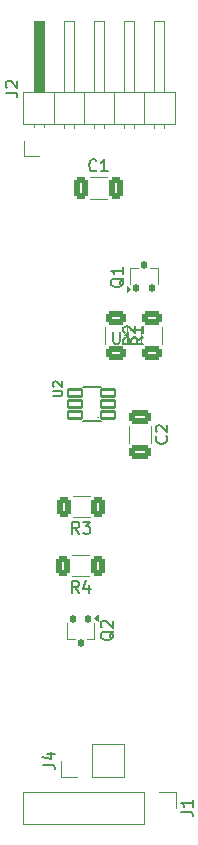
<source format=gto>
%TF.GenerationSoftware,KiCad,Pcbnew,9.0.2*%
%TF.CreationDate,2025-07-08T19:23:37-03:00*%
%TF.ProjectId,ProlinUp,50726f6c-696e-4557-902e-6b696361645f,rev?*%
%TF.SameCoordinates,Original*%
%TF.FileFunction,Legend,Top*%
%TF.FilePolarity,Positive*%
%FSLAX46Y46*%
G04 Gerber Fmt 4.6, Leading zero omitted, Abs format (unit mm)*
G04 Created by KiCad (PCBNEW 9.0.2) date 2025-07-08 19:23:37*
%MOMM*%
%LPD*%
G01*
G04 APERTURE LIST*
G04 Aperture macros list*
%AMRoundRect*
0 Rectangle with rounded corners*
0 $1 Rounding radius*
0 $2 $3 $4 $5 $6 $7 $8 $9 X,Y pos of 4 corners*
0 Add a 4 corners polygon primitive as box body*
4,1,4,$2,$3,$4,$5,$6,$7,$8,$9,$2,$3,0*
0 Add four circle primitives for the rounded corners*
1,1,$1+$1,$2,$3*
1,1,$1+$1,$4,$5*
1,1,$1+$1,$6,$7*
1,1,$1+$1,$8,$9*
0 Add four rect primitives between the rounded corners*
20,1,$1+$1,$2,$3,$4,$5,0*
20,1,$1+$1,$4,$5,$6,$7,0*
20,1,$1+$1,$6,$7,$8,$9,0*
20,1,$1+$1,$8,$9,$2,$3,0*%
G04 Aperture macros list end*
%ADD10C,0.150000*%
%ADD11C,0.152400*%
%ADD12C,0.100000*%
%ADD13C,0.120000*%
%ADD14RoundRect,0.102000X0.571500X-0.304800X0.571500X0.304800X-0.571500X0.304800X-0.571500X-0.304800X0*%
%ADD15RoundRect,0.250000X-0.650000X0.325000X-0.650000X-0.325000X0.650000X-0.325000X0.650000X0.325000X0*%
%ADD16R,1.700000X1.700000*%
%ADD17C,1.700000*%
%ADD18RoundRect,0.250000X0.312500X0.625000X-0.312500X0.625000X-0.312500X-0.625000X0.312500X-0.625000X0*%
%ADD19RoundRect,0.250000X-0.625000X0.312500X-0.625000X-0.312500X0.625000X-0.312500X0.625000X0.312500X0*%
%ADD20RoundRect,0.250000X0.625000X-0.312500X0.625000X0.312500X-0.625000X0.312500X-0.625000X-0.312500X0*%
%ADD21RoundRect,0.112500X-0.112500X-0.237500X0.112500X-0.237500X0.112500X0.237500X-0.112500X0.237500X0*%
%ADD22RoundRect,0.112500X0.112500X0.237500X-0.112500X0.237500X-0.112500X-0.237500X0.112500X-0.237500X0*%
%ADD23C,1.524000*%
%ADD24RoundRect,0.250000X-0.325000X-0.650000X0.325000X-0.650000X0.325000X0.650000X-0.325000X0.650000X0*%
G04 APERTURE END LIST*
D10*
X143095895Y-97789523D02*
X143743514Y-97789523D01*
X143743514Y-97789523D02*
X143819704Y-97751428D01*
X143819704Y-97751428D02*
X143857800Y-97713333D01*
X143857800Y-97713333D02*
X143895895Y-97637142D01*
X143895895Y-97637142D02*
X143895895Y-97484761D01*
X143895895Y-97484761D02*
X143857800Y-97408571D01*
X143857800Y-97408571D02*
X143819704Y-97370476D01*
X143819704Y-97370476D02*
X143743514Y-97332380D01*
X143743514Y-97332380D02*
X143095895Y-97332380D01*
X143172085Y-96989524D02*
X143133990Y-96951428D01*
X143133990Y-96951428D02*
X143095895Y-96875238D01*
X143095895Y-96875238D02*
X143095895Y-96684762D01*
X143095895Y-96684762D02*
X143133990Y-96608571D01*
X143133990Y-96608571D02*
X143172085Y-96570476D01*
X143172085Y-96570476D02*
X143248276Y-96532381D01*
X143248276Y-96532381D02*
X143324466Y-96532381D01*
X143324466Y-96532381D02*
X143438752Y-96570476D01*
X143438752Y-96570476D02*
X143895895Y-97027619D01*
X143895895Y-97027619D02*
X143895895Y-96532381D01*
X152709580Y-101191666D02*
X152757200Y-101239285D01*
X152757200Y-101239285D02*
X152804819Y-101382142D01*
X152804819Y-101382142D02*
X152804819Y-101477380D01*
X152804819Y-101477380D02*
X152757200Y-101620237D01*
X152757200Y-101620237D02*
X152661961Y-101715475D01*
X152661961Y-101715475D02*
X152566723Y-101763094D01*
X152566723Y-101763094D02*
X152376247Y-101810713D01*
X152376247Y-101810713D02*
X152233390Y-101810713D01*
X152233390Y-101810713D02*
X152042914Y-101763094D01*
X152042914Y-101763094D02*
X151947676Y-101715475D01*
X151947676Y-101715475D02*
X151852438Y-101620237D01*
X151852438Y-101620237D02*
X151804819Y-101477380D01*
X151804819Y-101477380D02*
X151804819Y-101382142D01*
X151804819Y-101382142D02*
X151852438Y-101239285D01*
X151852438Y-101239285D02*
X151900057Y-101191666D01*
X151900057Y-100810713D02*
X151852438Y-100763094D01*
X151852438Y-100763094D02*
X151804819Y-100667856D01*
X151804819Y-100667856D02*
X151804819Y-100429761D01*
X151804819Y-100429761D02*
X151852438Y-100334523D01*
X151852438Y-100334523D02*
X151900057Y-100286904D01*
X151900057Y-100286904D02*
X151995295Y-100239285D01*
X151995295Y-100239285D02*
X152090533Y-100239285D01*
X152090533Y-100239285D02*
X152233390Y-100286904D01*
X152233390Y-100286904D02*
X152804819Y-100858332D01*
X152804819Y-100858332D02*
X152804819Y-100239285D01*
X139107319Y-72104583D02*
X139821604Y-72104583D01*
X139821604Y-72104583D02*
X139964461Y-72152202D01*
X139964461Y-72152202D02*
X140059700Y-72247440D01*
X140059700Y-72247440D02*
X140107319Y-72390297D01*
X140107319Y-72390297D02*
X140107319Y-72485535D01*
X139202557Y-71676011D02*
X139154938Y-71628392D01*
X139154938Y-71628392D02*
X139107319Y-71533154D01*
X139107319Y-71533154D02*
X139107319Y-71295059D01*
X139107319Y-71295059D02*
X139154938Y-71199821D01*
X139154938Y-71199821D02*
X139202557Y-71152202D01*
X139202557Y-71152202D02*
X139297795Y-71104583D01*
X139297795Y-71104583D02*
X139393033Y-71104583D01*
X139393033Y-71104583D02*
X139535890Y-71152202D01*
X139535890Y-71152202D02*
X140107319Y-71723630D01*
X140107319Y-71723630D02*
X140107319Y-71104583D01*
X145333333Y-109441069D02*
X145000000Y-108964878D01*
X144761905Y-109441069D02*
X144761905Y-108441069D01*
X144761905Y-108441069D02*
X145142857Y-108441069D01*
X145142857Y-108441069D02*
X145238095Y-108488688D01*
X145238095Y-108488688D02*
X145285714Y-108536307D01*
X145285714Y-108536307D02*
X145333333Y-108631545D01*
X145333333Y-108631545D02*
X145333333Y-108774402D01*
X145333333Y-108774402D02*
X145285714Y-108869640D01*
X145285714Y-108869640D02*
X145238095Y-108917259D01*
X145238095Y-108917259D02*
X145142857Y-108964878D01*
X145142857Y-108964878D02*
X144761905Y-108964878D01*
X145666667Y-108441069D02*
X146285714Y-108441069D01*
X146285714Y-108441069D02*
X145952381Y-108822021D01*
X145952381Y-108822021D02*
X146095238Y-108822021D01*
X146095238Y-108822021D02*
X146190476Y-108869640D01*
X146190476Y-108869640D02*
X146238095Y-108917259D01*
X146238095Y-108917259D02*
X146285714Y-109012497D01*
X146285714Y-109012497D02*
X146285714Y-109250592D01*
X146285714Y-109250592D02*
X146238095Y-109345830D01*
X146238095Y-109345830D02*
X146190476Y-109393450D01*
X146190476Y-109393450D02*
X146095238Y-109441069D01*
X146095238Y-109441069D02*
X145809524Y-109441069D01*
X145809524Y-109441069D02*
X145714286Y-109393450D01*
X145714286Y-109393450D02*
X145666667Y-109345830D01*
X150747319Y-92822916D02*
X150271128Y-93156249D01*
X150747319Y-93394344D02*
X149747319Y-93394344D01*
X149747319Y-93394344D02*
X149747319Y-93013392D01*
X149747319Y-93013392D02*
X149794938Y-92918154D01*
X149794938Y-92918154D02*
X149842557Y-92870535D01*
X149842557Y-92870535D02*
X149937795Y-92822916D01*
X149937795Y-92822916D02*
X150080652Y-92822916D01*
X150080652Y-92822916D02*
X150175890Y-92870535D01*
X150175890Y-92870535D02*
X150223509Y-92918154D01*
X150223509Y-92918154D02*
X150271128Y-93013392D01*
X150271128Y-93013392D02*
X150271128Y-93394344D01*
X150747319Y-91870535D02*
X150747319Y-92441963D01*
X150747319Y-92156249D02*
X149747319Y-92156249D01*
X149747319Y-92156249D02*
X149890176Y-92251487D01*
X149890176Y-92251487D02*
X149985414Y-92346725D01*
X149985414Y-92346725D02*
X150033033Y-92441963D01*
X145295833Y-114441069D02*
X144962500Y-113964878D01*
X144724405Y-114441069D02*
X144724405Y-113441069D01*
X144724405Y-113441069D02*
X145105357Y-113441069D01*
X145105357Y-113441069D02*
X145200595Y-113488688D01*
X145200595Y-113488688D02*
X145248214Y-113536307D01*
X145248214Y-113536307D02*
X145295833Y-113631545D01*
X145295833Y-113631545D02*
X145295833Y-113774402D01*
X145295833Y-113774402D02*
X145248214Y-113869640D01*
X145248214Y-113869640D02*
X145200595Y-113917259D01*
X145200595Y-113917259D02*
X145105357Y-113964878D01*
X145105357Y-113964878D02*
X144724405Y-113964878D01*
X146152976Y-113774402D02*
X146152976Y-114441069D01*
X145914881Y-113393450D02*
X145676786Y-114107735D01*
X145676786Y-114107735D02*
X146295833Y-114107735D01*
X150087319Y-92822916D02*
X149611128Y-93156249D01*
X150087319Y-93394344D02*
X149087319Y-93394344D01*
X149087319Y-93394344D02*
X149087319Y-93013392D01*
X149087319Y-93013392D02*
X149134938Y-92918154D01*
X149134938Y-92918154D02*
X149182557Y-92870535D01*
X149182557Y-92870535D02*
X149277795Y-92822916D01*
X149277795Y-92822916D02*
X149420652Y-92822916D01*
X149420652Y-92822916D02*
X149515890Y-92870535D01*
X149515890Y-92870535D02*
X149563509Y-92918154D01*
X149563509Y-92918154D02*
X149611128Y-93013392D01*
X149611128Y-93013392D02*
X149611128Y-93394344D01*
X149182557Y-92441963D02*
X149134938Y-92394344D01*
X149134938Y-92394344D02*
X149087319Y-92299106D01*
X149087319Y-92299106D02*
X149087319Y-92061011D01*
X149087319Y-92061011D02*
X149134938Y-91965773D01*
X149134938Y-91965773D02*
X149182557Y-91918154D01*
X149182557Y-91918154D02*
X149277795Y-91870535D01*
X149277795Y-91870535D02*
X149373033Y-91870535D01*
X149373033Y-91870535D02*
X149515890Y-91918154D01*
X149515890Y-91918154D02*
X150087319Y-92489582D01*
X150087319Y-92489582D02*
X150087319Y-91870535D01*
X149112557Y-87801488D02*
X149064938Y-87896726D01*
X149064938Y-87896726D02*
X148969700Y-87991964D01*
X148969700Y-87991964D02*
X148826842Y-88134821D01*
X148826842Y-88134821D02*
X148779223Y-88230059D01*
X148779223Y-88230059D02*
X148779223Y-88325297D01*
X149017319Y-88277678D02*
X148969700Y-88372916D01*
X148969700Y-88372916D02*
X148874461Y-88468154D01*
X148874461Y-88468154D02*
X148683985Y-88515773D01*
X148683985Y-88515773D02*
X148350652Y-88515773D01*
X148350652Y-88515773D02*
X148160176Y-88468154D01*
X148160176Y-88468154D02*
X148064938Y-88372916D01*
X148064938Y-88372916D02*
X148017319Y-88277678D01*
X148017319Y-88277678D02*
X148017319Y-88087202D01*
X148017319Y-88087202D02*
X148064938Y-87991964D01*
X148064938Y-87991964D02*
X148160176Y-87896726D01*
X148160176Y-87896726D02*
X148350652Y-87849107D01*
X148350652Y-87849107D02*
X148683985Y-87849107D01*
X148683985Y-87849107D02*
X148874461Y-87896726D01*
X148874461Y-87896726D02*
X148969700Y-87991964D01*
X148969700Y-87991964D02*
X149017319Y-88087202D01*
X149017319Y-88087202D02*
X149017319Y-88277678D01*
X149017319Y-86896726D02*
X149017319Y-87468154D01*
X149017319Y-87182440D02*
X148017319Y-87182440D01*
X148017319Y-87182440D02*
X148160176Y-87277678D01*
X148160176Y-87277678D02*
X148255414Y-87372916D01*
X148255414Y-87372916D02*
X148303033Y-87468154D01*
X153957319Y-132989583D02*
X154671604Y-132989583D01*
X154671604Y-132989583D02*
X154814461Y-133037202D01*
X154814461Y-133037202D02*
X154909700Y-133132440D01*
X154909700Y-133132440D02*
X154957319Y-133275297D01*
X154957319Y-133275297D02*
X154957319Y-133370535D01*
X154957319Y-131989583D02*
X154957319Y-132561011D01*
X154957319Y-132275297D02*
X153957319Y-132275297D01*
X153957319Y-132275297D02*
X154100176Y-132370535D01*
X154100176Y-132370535D02*
X154195414Y-132465773D01*
X154195414Y-132465773D02*
X154243033Y-132561011D01*
X148262557Y-117701488D02*
X148214938Y-117796726D01*
X148214938Y-117796726D02*
X148119700Y-117891964D01*
X148119700Y-117891964D02*
X147976842Y-118034821D01*
X147976842Y-118034821D02*
X147929223Y-118130059D01*
X147929223Y-118130059D02*
X147929223Y-118225297D01*
X148167319Y-118177678D02*
X148119700Y-118272916D01*
X148119700Y-118272916D02*
X148024461Y-118368154D01*
X148024461Y-118368154D02*
X147833985Y-118415773D01*
X147833985Y-118415773D02*
X147500652Y-118415773D01*
X147500652Y-118415773D02*
X147310176Y-118368154D01*
X147310176Y-118368154D02*
X147214938Y-118272916D01*
X147214938Y-118272916D02*
X147167319Y-118177678D01*
X147167319Y-118177678D02*
X147167319Y-117987202D01*
X147167319Y-117987202D02*
X147214938Y-117891964D01*
X147214938Y-117891964D02*
X147310176Y-117796726D01*
X147310176Y-117796726D02*
X147500652Y-117749107D01*
X147500652Y-117749107D02*
X147833985Y-117749107D01*
X147833985Y-117749107D02*
X148024461Y-117796726D01*
X148024461Y-117796726D02*
X148119700Y-117891964D01*
X148119700Y-117891964D02*
X148167319Y-117987202D01*
X148167319Y-117987202D02*
X148167319Y-118177678D01*
X147262557Y-117368154D02*
X147214938Y-117320535D01*
X147214938Y-117320535D02*
X147167319Y-117225297D01*
X147167319Y-117225297D02*
X147167319Y-116987202D01*
X147167319Y-116987202D02*
X147214938Y-116891964D01*
X147214938Y-116891964D02*
X147262557Y-116844345D01*
X147262557Y-116844345D02*
X147357795Y-116796726D01*
X147357795Y-116796726D02*
X147453033Y-116796726D01*
X147453033Y-116796726D02*
X147595890Y-116844345D01*
X147595890Y-116844345D02*
X148167319Y-117415773D01*
X148167319Y-117415773D02*
X148167319Y-116796726D01*
X142262319Y-128989583D02*
X142976604Y-128989583D01*
X142976604Y-128989583D02*
X143119461Y-129037202D01*
X143119461Y-129037202D02*
X143214700Y-129132440D01*
X143214700Y-129132440D02*
X143262319Y-129275297D01*
X143262319Y-129275297D02*
X143262319Y-129370535D01*
X142595652Y-128084821D02*
X143262319Y-128084821D01*
X142214700Y-128322916D02*
X142928985Y-128561011D01*
X142928985Y-128561011D02*
X142928985Y-127941964D01*
X148200595Y-92356069D02*
X148200595Y-93165592D01*
X148200595Y-93165592D02*
X148248214Y-93260830D01*
X148248214Y-93260830D02*
X148295833Y-93308450D01*
X148295833Y-93308450D02*
X148391071Y-93356069D01*
X148391071Y-93356069D02*
X148581547Y-93356069D01*
X148581547Y-93356069D02*
X148676785Y-93308450D01*
X148676785Y-93308450D02*
X148724404Y-93260830D01*
X148724404Y-93260830D02*
X148772023Y-93165592D01*
X148772023Y-93165592D02*
X148772023Y-92356069D01*
X149772023Y-93356069D02*
X149200595Y-93356069D01*
X149486309Y-93356069D02*
X149486309Y-92356069D01*
X149486309Y-92356069D02*
X149391071Y-92498926D01*
X149391071Y-92498926D02*
X149295833Y-92594164D01*
X149295833Y-92594164D02*
X149200595Y-92641783D01*
X146795833Y-78665830D02*
X146748214Y-78713450D01*
X146748214Y-78713450D02*
X146605357Y-78761069D01*
X146605357Y-78761069D02*
X146510119Y-78761069D01*
X146510119Y-78761069D02*
X146367262Y-78713450D01*
X146367262Y-78713450D02*
X146272024Y-78618211D01*
X146272024Y-78618211D02*
X146224405Y-78522973D01*
X146224405Y-78522973D02*
X146176786Y-78332497D01*
X146176786Y-78332497D02*
X146176786Y-78189640D01*
X146176786Y-78189640D02*
X146224405Y-77999164D01*
X146224405Y-77999164D02*
X146272024Y-77903926D01*
X146272024Y-77903926D02*
X146367262Y-77808688D01*
X146367262Y-77808688D02*
X146510119Y-77761069D01*
X146510119Y-77761069D02*
X146605357Y-77761069D01*
X146605357Y-77761069D02*
X146748214Y-77808688D01*
X146748214Y-77808688D02*
X146795833Y-77856307D01*
X147748214Y-78761069D02*
X147176786Y-78761069D01*
X147462500Y-78761069D02*
X147462500Y-77761069D01*
X147462500Y-77761069D02*
X147367262Y-77903926D01*
X147367262Y-77903926D02*
X147272024Y-77999164D01*
X147272024Y-77999164D02*
X147176786Y-78046783D01*
D11*
%TO.C,U2*%
X147185000Y-99897800D02*
X145623000Y-99897800D01*
X145623000Y-97002200D02*
X147185000Y-97002200D01*
D12*
X146954000Y-99600000D02*
G75*
G02*
X146854000Y-99600000I-50000J0D01*
G01*
X146854000Y-99600000D02*
G75*
G02*
X146954000Y-99600000I50000J0D01*
G01*
D13*
%TO.C,C2*%
X151410000Y-100313748D02*
X151410000Y-101736252D01*
X149590000Y-100313748D02*
X149590000Y-101736252D01*
%TO.C,J2*%
X140542500Y-72006250D02*
X140542500Y-74766250D01*
X140542500Y-74766250D02*
X153462500Y-74766250D01*
X140652500Y-77426250D02*
X140652500Y-76156250D01*
X141492500Y-74996250D02*
X141492500Y-74766250D01*
X141922500Y-77426250D02*
X140652500Y-77426250D01*
X142352500Y-74996250D02*
X142352500Y-74766250D01*
X143192500Y-74766250D02*
X143192500Y-72006250D01*
X144032500Y-66006250D02*
X144892500Y-66006250D01*
X144032500Y-72006250D02*
X144032500Y-66006250D01*
X144032500Y-75078892D02*
X144032500Y-74766250D01*
X144892500Y-66006250D02*
X144892500Y-72006250D01*
X144892500Y-75078892D02*
X144892500Y-74766250D01*
X145732500Y-74766250D02*
X145732500Y-72006250D01*
X146572500Y-66006250D02*
X147432500Y-66006250D01*
X146572500Y-72006250D02*
X146572500Y-66006250D01*
X146572500Y-75078892D02*
X146572500Y-74766250D01*
X147432500Y-66006250D02*
X147432500Y-72006250D01*
X147432500Y-75078892D02*
X147432500Y-74766250D01*
X148272500Y-74766250D02*
X148272500Y-72006250D01*
X149112500Y-66006250D02*
X149972500Y-66006250D01*
X149112500Y-72006250D02*
X149112500Y-66006250D01*
X149112500Y-75078892D02*
X149112500Y-74766250D01*
X149972500Y-66006250D02*
X149972500Y-72006250D01*
X149972500Y-75078892D02*
X149972500Y-74766250D01*
X150812500Y-74766250D02*
X150812500Y-72006250D01*
X151652500Y-66006250D02*
X152512500Y-66006250D01*
X151652500Y-72006250D02*
X151652500Y-66006250D01*
X151652500Y-75078892D02*
X151652500Y-74766250D01*
X152512500Y-66006250D02*
X152512500Y-72006250D01*
X152512500Y-75078892D02*
X152512500Y-74766250D01*
X153462500Y-72006250D02*
X140542500Y-72006250D01*
X153462500Y-74766250D02*
X153462500Y-72006250D01*
X141492500Y-72006250D02*
X142352500Y-72006250D01*
X142352500Y-66006250D01*
X141492500Y-66006250D01*
X141492500Y-72006250D01*
G36*
X141492500Y-72006250D02*
G01*
X142352500Y-72006250D01*
X142352500Y-66006250D01*
X141492500Y-66006250D01*
X141492500Y-72006250D01*
G37*
%TO.C,R3*%
X146227064Y-106246250D02*
X144772936Y-106246250D01*
X146227064Y-108066250D02*
X144772936Y-108066250D01*
%TO.C,R1*%
X147552500Y-91929186D02*
X147552500Y-93383314D01*
X149372500Y-91929186D02*
X149372500Y-93383314D01*
%TO.C,R4*%
X146189564Y-111246250D02*
X144735436Y-111246250D01*
X146189564Y-113066250D02*
X144735436Y-113066250D01*
%TO.C,R2*%
X150552500Y-93383314D02*
X150552500Y-91929186D01*
X152372500Y-93383314D02*
X152372500Y-91929186D01*
%TO.C,Q1*%
X149652500Y-86926250D02*
X150312500Y-86926250D01*
X149652500Y-88336250D02*
X149652500Y-86926250D01*
X151312500Y-86926250D02*
X151972500Y-86926250D01*
X151972500Y-88336250D02*
X151972500Y-86926250D01*
X149672500Y-88706250D02*
X149342500Y-88946250D01*
X149342500Y-88466250D01*
X149672500Y-88706250D01*
G36*
X149672500Y-88706250D02*
G01*
X149342500Y-88946250D01*
X149342500Y-88466250D01*
X149672500Y-88706250D01*
G37*
%TO.C,J1*%
X140582500Y-131276250D02*
X140582500Y-134036250D01*
X150852500Y-131276250D02*
X140582500Y-131276250D01*
X150852500Y-131276250D02*
X150852500Y-134036250D01*
X150852500Y-134036250D02*
X140582500Y-134036250D01*
X152122500Y-131276250D02*
X153502500Y-131276250D01*
X153502500Y-131276250D02*
X153502500Y-132656250D01*
%TO.C,Q2*%
X144302500Y-116976250D02*
X144302500Y-118386250D01*
X144962500Y-118386250D02*
X144302500Y-118386250D01*
X146622500Y-116976250D02*
X146622500Y-118386250D01*
X146622500Y-118386250D02*
X145962500Y-118386250D01*
X146932500Y-116846250D02*
X146602500Y-116606250D01*
X146932500Y-116366250D01*
X146932500Y-116846250D01*
G36*
X146932500Y-116846250D02*
G01*
X146602500Y-116606250D01*
X146932500Y-116366250D01*
X146932500Y-116846250D01*
G37*
%TO.C,J4*%
X143807500Y-130036250D02*
X143807500Y-128656250D01*
X145187500Y-130036250D02*
X143807500Y-130036250D01*
X146457500Y-127276250D02*
X149107500Y-127276250D01*
X146457500Y-130036250D02*
X146457500Y-127276250D01*
X146457500Y-130036250D02*
X149107500Y-130036250D01*
X149107500Y-130036250D02*
X149107500Y-127276250D01*
%TO.C,C1*%
X146251248Y-79246250D02*
X147673752Y-79246250D01*
X146251248Y-81066250D02*
X147673752Y-81066250D01*
%TD*%
%LPC*%
D14*
%TO.C,U2*%
X147808000Y-99400000D03*
X147808000Y-98450000D03*
X147808000Y-97500000D03*
X145000000Y-97500000D03*
X145000000Y-98450000D03*
X145000000Y-99400000D03*
%TD*%
D15*
%TO.C,C2*%
X150500000Y-99550000D03*
X150500000Y-102500000D03*
%TD*%
D16*
%TO.C,J2*%
X141922500Y-76156250D03*
D17*
X144462500Y-76156250D03*
X147002500Y-76156250D03*
X149542500Y-76156250D03*
X152082500Y-76156250D03*
%TD*%
D18*
%TO.C,R3*%
X146962500Y-107156250D03*
X144037500Y-107156250D03*
%TD*%
D19*
%TO.C,R1*%
X148462500Y-91193750D03*
X148462500Y-94118750D03*
%TD*%
D18*
%TO.C,R4*%
X146925000Y-112156250D03*
X144000000Y-112156250D03*
%TD*%
D20*
%TO.C,R2*%
X151462500Y-94118750D03*
X151462500Y-91193750D03*
%TD*%
D21*
%TO.C,Q1*%
X150162500Y-88656250D03*
X151462500Y-88656250D03*
X150812500Y-86656250D03*
%TD*%
D16*
%TO.C,J1*%
X152122500Y-132656250D03*
D17*
X149582500Y-132656250D03*
X147042500Y-132656250D03*
X144502500Y-132656250D03*
X141962500Y-132656250D03*
%TD*%
D22*
%TO.C,Q2*%
X146112500Y-116656250D03*
X144812500Y-116656250D03*
X145462500Y-118656250D03*
%TD*%
D16*
%TO.C,J4*%
X145187500Y-128656250D03*
D17*
X147727500Y-128656250D03*
%TD*%
D23*
%TO.C,U1*%
X139437500Y-128461250D03*
X143247500Y-124651250D03*
X154677500Y-85281250D03*
X139437500Y-123381250D03*
X139437500Y-125921250D03*
X150867500Y-124651250D03*
X154677500Y-80201250D03*
X154677500Y-82741250D03*
X154677500Y-87821250D03*
X154677500Y-118301250D03*
X154677500Y-115761250D03*
X154677500Y-113221250D03*
X154677500Y-110681250D03*
X154677500Y-108141250D03*
X154677500Y-105601250D03*
X154677500Y-103061250D03*
X154677500Y-100521250D03*
X139437500Y-90361250D03*
X139437500Y-92901250D03*
X139437500Y-95441250D03*
X139437500Y-97981250D03*
X139437500Y-100521250D03*
X139437500Y-103061250D03*
X154677500Y-97981250D03*
X154677500Y-95441250D03*
X139437500Y-105601250D03*
X139437500Y-108141250D03*
X139437500Y-110681250D03*
X139437500Y-113221250D03*
X139437500Y-115761250D03*
X139437500Y-118301250D03*
X139437500Y-120841250D03*
X154677500Y-92901250D03*
X154677500Y-90361250D03*
X139437500Y-80201250D03*
X139437500Y-82741250D03*
X139437500Y-85281250D03*
X139437500Y-87821250D03*
X154677500Y-125921250D03*
X154677500Y-123381250D03*
X154677500Y-120841250D03*
X148327500Y-124651250D03*
X145787500Y-124651250D03*
X154677500Y-128461250D03*
%TD*%
D24*
%TO.C,C1*%
X145487500Y-80156250D03*
X148437500Y-80156250D03*
%TD*%
%LPD*%
M02*

</source>
